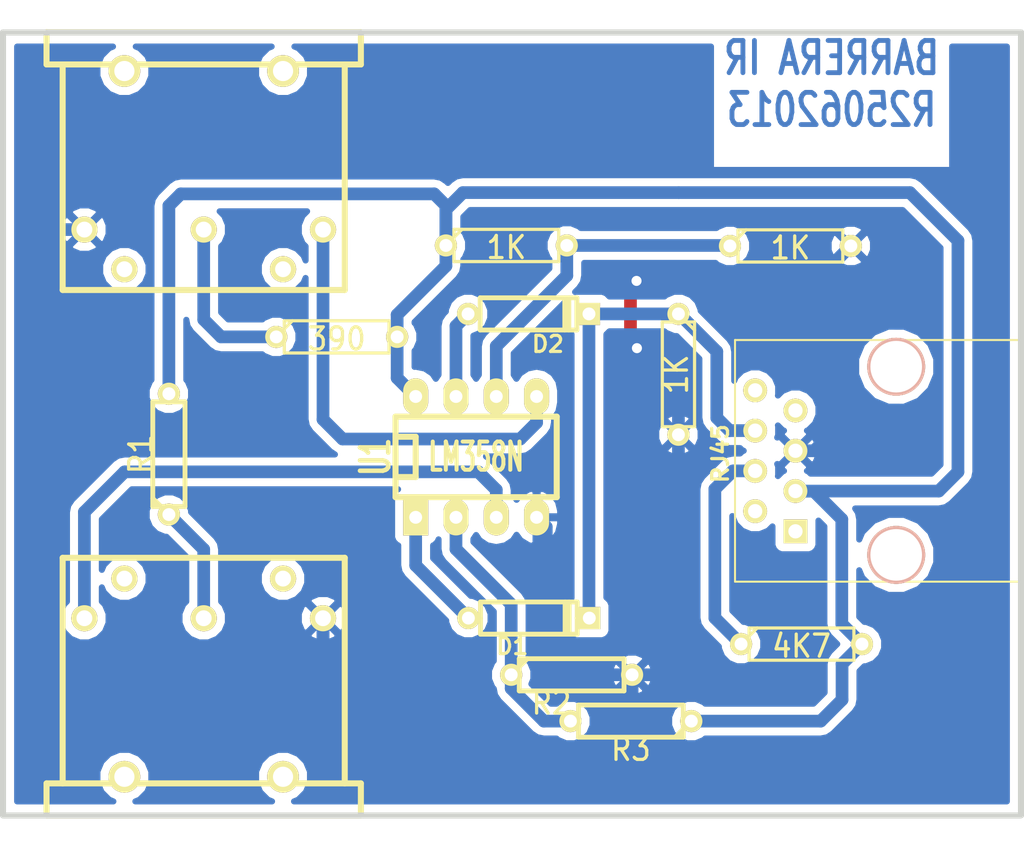
<source format=kicad_pcb>
(kicad_pcb (version 3) (host pcbnew "(2012-nov-02)-testing")

  (general
    (links 26)
    (no_connects 0)
    (area 90.385899 49.51964 155.064461 103.79984)
    (thickness 1.6)
    (drawings 5)
    (tracks 106)
    (zones 0)
    (modules 14)
    (nets 13)
  )

  (page A4)
  (title_block 
    (title "Barrera Infrarrojo")
    (rev 1.2)
    (company Butia)
  )

  (layers
    (15 Component signal)
    (0 Copper signal)
    (16 B.Adhes user)
    (17 F.Adhes user)
    (18 B.Paste user)
    (19 F.Paste user)
    (20 B.SilkS user)
    (21 F.SilkS user)
    (22 B.Mask user)
    (23 F.Mask user)
    (24 Dwgs.User user)
    (25 Cmts.User user)
    (26 Eco1.User user)
    (27 Eco2.User user)
    (28 Edge.Cuts user)
  )

  (setup
    (last_trace_width 0.8)
    (user_trace_width 0.8)
    (trace_clearance 0.254)
    (zone_clearance 0.508)
    (zone_45_only no)
    (trace_min 0.254)
    (segment_width 0.381)
    (edge_width 0.381)
    (via_size 0.889)
    (via_drill 0.635)
    (via_min_size 0.889)
    (via_min_drill 0.508)
    (user_via 1.27 0.635)
    (uvia_size 0.508)
    (uvia_drill 0.127)
    (uvias_allowed no)
    (uvia_min_size 0.508)
    (uvia_min_drill 0.127)
    (pcb_text_width 0.3048)
    (pcb_text_size 1.524 2.032)
    (mod_edge_width 0.381)
    (mod_text_size 1.524 1.524)
    (mod_text_width 0.3048)
    (pad_size 2 2)
    (pad_drill 1.27)
    (pad_to_mask_clearance 0.2)
    (aux_axis_origin 0 0)
    (visible_elements 7FFFFFFF)
    (pcbplotparams
      (layerselection 3178497)
      (usegerberextensions true)
      (excludeedgelayer true)
      (linewidth 100000)
      (plotframeref false)
      (viasonmask false)
      (mode 1)
      (useauxorigin false)
      (hpglpennumber 1)
      (hpglpenspeed 20)
      (hpglpendiameter 15)
      (hpglpenoverlay 2)
      (psnegative false)
      (psa4output false)
      (plotreference true)
      (plotvalue true)
      (plotothertext true)
      (plotinvisibletext false)
      (padsonsilk false)
      (subtractmaskfromsilk false)
      (outputformat 1)
      (mirror false)
      (drillshape 1)
      (scaleselection 1)
      (outputdirectory ""))
  )

  (net 0 "")
  (net 1 AN)
  (net 2 GND)
  (net 3 N-000001)
  (net 4 N-0000013)
  (net 5 N-0000014)
  (net 6 N-000002)
  (net 7 N-000003)
  (net 8 N-000004)
  (net 9 N-000005)
  (net 10 N-000006)
  (net 11 Vcc)
  (net 12 idAN)

  (net_class Default "This is the default net class."
    (clearance 0.254)
    (trace_width 0.254)
    (via_dia 0.889)
    (via_drill 0.635)
    (uvia_dia 0.508)
    (uvia_drill 0.127)
    (add_net "")
    (add_net AN)
    (add_net GND)
    (add_net N-000001)
    (add_net N-0000013)
    (add_net N-0000014)
    (add_net N-000002)
    (add_net N-000003)
    (add_net N-000004)
    (add_net N-000005)
    (add_net N-000006)
    (add_net Vcc)
    (add_net idAN)
  )

  (module R3   placed (layer Component) (tedit 4C44692D) (tstamp 4C40A04E)
    (at 130.1496 95.4024 180)
    (descr "Resitance 3 pas")
    (tags R)
    (path /518C45A4)
    (autoplace_cost180 10)
    (fp_text reference R3 (at 0 -1.778 180) (layer F.SilkS)
      (effects (font (size 1.397 1.27) (thickness 0.2032)))
    )
    (fp_text value 1K (at 0 0 180) (layer F.SilkS) hide
      (effects (font (size 1.397 1.27) (thickness 0.2032)))
    )
    (fp_line (start -3.81 0) (end -3.302 0) (layer F.SilkS) (width 0.3048))
    (fp_line (start 3.81 0) (end 3.302 0) (layer F.SilkS) (width 0.3048))
    (fp_line (start 3.302 0) (end 3.302 -1.016) (layer F.SilkS) (width 0.3048))
    (fp_line (start 3.302 -1.016) (end -3.302 -1.016) (layer F.SilkS) (width 0.3048))
    (fp_line (start -3.302 -1.016) (end -3.302 1.016) (layer F.SilkS) (width 0.3048))
    (fp_line (start -3.302 1.016) (end 3.302 1.016) (layer F.SilkS) (width 0.3048))
    (fp_line (start 3.302 1.016) (end 3.302 0) (layer F.SilkS) (width 0.3048))
    (fp_line (start -3.302 -0.508) (end -2.794 -1.016) (layer F.SilkS) (width 0.3048))
    (pad 1 thru_hole circle (at -3.81 0 180) (size 1.397 1.397) (drill 0.812799)
      (layers *.Cu *.Mask F.SilkS)
      (net 11 Vcc)
    )
    (pad 2 thru_hole circle (at 3.81 0 180) (size 1.397 1.397) (drill 0.812799)
      (layers *.Cu *.Mask F.SilkS)
      (net 9 N-000005)
    )
    (model discret/resistor.wrl
      (at (xyz 0 0 0))
      (scale (xyz 0.3 0.3 0.3))
      (rotate (xyz 0 0 0))
    )
  )

  (module R3   placed (layer Component) (tedit 4C446934) (tstamp 4C40A041)
    (at 126.4158 92.4814)
    (descr "Resitance 3 pas")
    (tags R)
    (path /51957D6C)
    (autoplace_cost180 10)
    (fp_text reference R2 (at -1.27 1.778) (layer F.SilkS)
      (effects (font (size 1.397 1.27) (thickness 0.2032)))
    )
    (fp_text value 1K (at 0 0) (layer F.SilkS) hide
      (effects (font (size 1.397 1.27) (thickness 0.2032)))
    )
    (fp_line (start -3.81 0) (end -3.302 0) (layer F.SilkS) (width 0.3048))
    (fp_line (start 3.81 0) (end 3.302 0) (layer F.SilkS) (width 0.3048))
    (fp_line (start 3.302 0) (end 3.302 -1.016) (layer F.SilkS) (width 0.3048))
    (fp_line (start 3.302 -1.016) (end -3.302 -1.016) (layer F.SilkS) (width 0.3048))
    (fp_line (start -3.302 -1.016) (end -3.302 1.016) (layer F.SilkS) (width 0.3048))
    (fp_line (start -3.302 1.016) (end 3.302 1.016) (layer F.SilkS) (width 0.3048))
    (fp_line (start 3.302 1.016) (end 3.302 0) (layer F.SilkS) (width 0.3048))
    (fp_line (start -3.302 -0.508) (end -2.794 -1.016) (layer F.SilkS) (width 0.3048))
    (pad 1 thru_hole circle (at -3.81 0) (size 1.397 1.397) (drill 0.812799)
      (layers *.Cu *.Mask F.SilkS)
      (net 9 N-000005)
    )
    (pad 2 thru_hole circle (at 3.81 0) (size 1.397 1.397) (drill 0.812799)
      (layers *.Cu *.Mask F.SilkS)
      (net 2 GND)
    )
    (model discret/resistor.wrl
      (at (xyz 0 0 0))
      (scale (xyz 0.3 0.3 0.3))
      (rotate (xyz 0 0 0))
    )
  )

  (module R3   placed (layer Component) (tedit 4C446923) (tstamp 4C40A09A)
    (at 101.03104 78.56728 90)
    (descr "Resitance 3 pas")
    (tags R)
    (path /518C3124)
    (autoplace_cost180 10)
    (fp_text reference R1 (at 0 -1.778 90) (layer F.SilkS)
      (effects (font (size 1.397 1.27) (thickness 0.2032)))
    )
    (fp_text value 390 (at 0 0 90) (layer F.SilkS) hide
      (effects (font (size 1.397 1.27) (thickness 0.2032)))
    )
    (fp_line (start -3.81 0) (end -3.302 0) (layer F.SilkS) (width 0.3048))
    (fp_line (start 3.81 0) (end 3.302 0) (layer F.SilkS) (width 0.3048))
    (fp_line (start 3.302 0) (end 3.302 -1.016) (layer F.SilkS) (width 0.3048))
    (fp_line (start 3.302 -1.016) (end -3.302 -1.016) (layer F.SilkS) (width 0.3048))
    (fp_line (start -3.302 -1.016) (end -3.302 1.016) (layer F.SilkS) (width 0.3048))
    (fp_line (start -3.302 1.016) (end 3.302 1.016) (layer F.SilkS) (width 0.3048))
    (fp_line (start 3.302 1.016) (end 3.302 0) (layer F.SilkS) (width 0.3048))
    (fp_line (start -3.302 -0.508) (end -2.794 -1.016) (layer F.SilkS) (width 0.3048))
    (pad 1 thru_hole circle (at -3.81 0 90) (size 1.397 1.397) (drill 0.812799)
      (layers *.Cu *.Mask F.SilkS)
      (net 10 N-000006)
    )
    (pad 2 thru_hole circle (at 3.81 0 90) (size 1.397 1.397) (drill 0.812799)
      (layers *.Cu *.Mask F.SilkS)
      (net 11 Vcc)
    )
    (model discret/resistor.wrl
      (at (xyz 0 0 0))
      (scale (xyz 0.3 0.3 0.3))
      (rotate (xyz 0 0 0))
    )
  )

  (module R3 (layer Component) (tedit 519D5C5B) (tstamp 51958737)
    (at 111.6076 71.1708)
    (descr "Resitance 3 pas")
    (tags R)
    (path /51957F68)
    (autoplace_cost180 10)
    (fp_text reference R4 (at 1.2192 2.3368) (layer F.SilkS) hide
      (effects (font (size 1.397 1.27) (thickness 0.2032)))
    )
    (fp_text value 390 (at 0 0.127) (layer F.SilkS)
      (effects (font (size 1.397 1.27) (thickness 0.2032)))
    )
    (fp_line (start -3.81 0) (end -3.302 0) (layer F.SilkS) (width 0.2032))
    (fp_line (start 3.81 0) (end 3.302 0) (layer F.SilkS) (width 0.2032))
    (fp_line (start 3.302 0) (end 3.302 -1.016) (layer F.SilkS) (width 0.2032))
    (fp_line (start 3.302 -1.016) (end -3.302 -1.016) (layer F.SilkS) (width 0.2032))
    (fp_line (start -3.302 -1.016) (end -3.302 1.016) (layer F.SilkS) (width 0.2032))
    (fp_line (start -3.302 1.016) (end 3.302 1.016) (layer F.SilkS) (width 0.2032))
    (fp_line (start 3.302 1.016) (end 3.302 0) (layer F.SilkS) (width 0.2032))
    (fp_line (start -3.302 -0.508) (end -2.794 -1.016) (layer F.SilkS) (width 0.2032))
    (pad 1 thru_hole circle (at -3.81 0) (size 1.397 1.397) (drill 0.812799)
      (layers *.Cu *.Mask F.SilkS)
      (net 7 N-000003)
    )
    (pad 2 thru_hole circle (at 3.81 0) (size 1.397 1.397) (drill 0.812799)
      (layers *.Cu *.Mask F.SilkS)
      (net 11 Vcc)
    )
    (model discret/resistor.wrl
      (at (xyz 0 0 0))
      (scale (xyz 0.3 0.3 0.3))
      (rotate (xyz 0 0 0))
    )
  )

  (module R3 (layer Component) (tedit 519D5C48) (tstamp 51958745)
    (at 122.301 65.405)
    (descr "Resitance 3 pas")
    (tags R)
    (path /51957F70)
    (autoplace_cost180 10)
    (fp_text reference R6 (at 0.1778 -1.9558) (layer F.SilkS) hide
      (effects (font (size 1.397 1.27) (thickness 0.2032)))
    )
    (fp_text value 1K (at 0 0.127) (layer F.SilkS)
      (effects (font (size 1.397 1.27) (thickness 0.2032)))
    )
    (fp_line (start -3.81 0) (end -3.302 0) (layer F.SilkS) (width 0.2032))
    (fp_line (start 3.81 0) (end 3.302 0) (layer F.SilkS) (width 0.2032))
    (fp_line (start 3.302 0) (end 3.302 -1.016) (layer F.SilkS) (width 0.2032))
    (fp_line (start 3.302 -1.016) (end -3.302 -1.016) (layer F.SilkS) (width 0.2032))
    (fp_line (start -3.302 -1.016) (end -3.302 1.016) (layer F.SilkS) (width 0.2032))
    (fp_line (start -3.302 1.016) (end 3.302 1.016) (layer F.SilkS) (width 0.2032))
    (fp_line (start 3.302 1.016) (end 3.302 0) (layer F.SilkS) (width 0.2032))
    (fp_line (start -3.302 -0.508) (end -2.794 -1.016) (layer F.SilkS) (width 0.2032))
    (pad 1 thru_hole circle (at -3.81 0) (size 1.397 1.397) (drill 0.812799)
      (layers *.Cu *.Mask F.SilkS)
      (net 11 Vcc)
    )
    (pad 2 thru_hole circle (at 3.81 0) (size 1.397 1.397) (drill 0.812799)
      (layers *.Cu *.Mask F.SilkS)
      (net 6 N-000002)
    )
    (model discret/resistor.wrl
      (at (xyz 0 0 0))
      (scale (xyz 0.3 0.3 0.3))
      (rotate (xyz 0 0 0))
    )
  )

  (module R3 (layer Component) (tedit 519D5C68) (tstamp 51958753)
    (at 140.20292 65.43548)
    (descr "Resitance 3 pas")
    (tags R)
    (path /51957F88)
    (autoplace_cost180 10)
    (fp_text reference R5 (at 0.15748 2.23012) (layer F.SilkS) hide
      (effects (font (size 1.397 1.27) (thickness 0.2032)))
    )
    (fp_text value 1K (at 0 0.127) (layer F.SilkS)
      (effects (font (size 1.397 1.27) (thickness 0.2032)))
    )
    (fp_line (start -3.81 0) (end -3.302 0) (layer F.SilkS) (width 0.2032))
    (fp_line (start 3.81 0) (end 3.302 0) (layer F.SilkS) (width 0.2032))
    (fp_line (start 3.302 0) (end 3.302 -1.016) (layer F.SilkS) (width 0.2032))
    (fp_line (start 3.302 -1.016) (end -3.302 -1.016) (layer F.SilkS) (width 0.2032))
    (fp_line (start -3.302 -1.016) (end -3.302 1.016) (layer F.SilkS) (width 0.2032))
    (fp_line (start -3.302 1.016) (end 3.302 1.016) (layer F.SilkS) (width 0.2032))
    (fp_line (start 3.302 1.016) (end 3.302 0) (layer F.SilkS) (width 0.2032))
    (fp_line (start -3.302 -0.508) (end -2.794 -1.016) (layer F.SilkS) (width 0.2032))
    (pad 1 thru_hole circle (at -3.81 0) (size 1.397 1.397) (drill 0.812799)
      (layers *.Cu *.Mask F.SilkS)
      (net 6 N-000002)
    )
    (pad 2 thru_hole circle (at 3.81 0) (size 1.397 1.397) (drill 0.812799)
      (layers *.Cu *.Mask F.SilkS)
      (net 2 GND)
    )
    (model discret/resistor.wrl
      (at (xyz 0 0 0))
      (scale (xyz 0.3 0.3 0.3))
      (rotate (xyz 0 0 0))
    )
  )

  (module R3 (layer Component) (tedit 51CA1BE4) (tstamp 51CA1BD1)
    (at 133.1468 73.533 270)
    (descr "Resitance 3 pas")
    (tags R)
    (path /51957F9B)
    (autoplace_cost180 10)
    (fp_text reference R7 (at 1.3462 1.9558 270) (layer F.SilkS) hide
      (effects (font (size 1.397 1.27) (thickness 0.2032)))
    )
    (fp_text value 1K (at 0 0.127 270) (layer F.SilkS)
      (effects (font (size 1.397 1.27) (thickness 0.2032)))
    )
    (fp_line (start -3.81 0) (end -3.302 0) (layer F.SilkS) (width 0.2032))
    (fp_line (start 3.81 0) (end 3.302 0) (layer F.SilkS) (width 0.2032))
    (fp_line (start 3.302 0) (end 3.302 -1.016) (layer F.SilkS) (width 0.2032))
    (fp_line (start 3.302 -1.016) (end -3.302 -1.016) (layer F.SilkS) (width 0.2032))
    (fp_line (start -3.302 -1.016) (end -3.302 1.016) (layer F.SilkS) (width 0.2032))
    (fp_line (start -3.302 1.016) (end 3.302 1.016) (layer F.SilkS) (width 0.2032))
    (fp_line (start 3.302 1.016) (end 3.302 0) (layer F.SilkS) (width 0.2032))
    (fp_line (start -3.302 -0.508) (end -2.794 -1.016) (layer F.SilkS) (width 0.2032))
    (pad 1 thru_hole circle (at -3.81 0 270) (size 1.397 1.397) (drill 0.812799)
      (layers *.Cu *.Mask F.SilkS)
      (net 1 AN)
    )
    (pad 2 thru_hole circle (at 3.81 0 270) (size 1.397 1.397) (drill 0.812799)
      (layers *.Cu *.Mask F.SilkS)
      (net 2 GND)
    )
    (model discret/resistor.wrl
      (at (xyz 0 0 0))
      (scale (xyz 0.3 0.3 0.3))
      (rotate (xyz 0 0 0))
    )
  )

  (module DIP-8__300_ELL (layer Component) (tedit 200000) (tstamp 4C409FFB)
    (at 120.396 78.74)
    (descr "8 pins DIL package, elliptical pads")
    (tags DIL)
    (path /519572D9)
    (fp_text reference U1 (at -6.35 0 90) (layer F.SilkS)
      (effects (font (size 1.778 1.143) (thickness 0.3048)))
    )
    (fp_text value LM358N (at 0 0) (layer F.SilkS)
      (effects (font (size 1.778 1.016) (thickness 0.3048)))
    )
    (fp_line (start -5.08 -1.27) (end -3.81 -1.27) (layer F.SilkS) (width 0.381))
    (fp_line (start -3.81 -1.27) (end -3.81 1.27) (layer F.SilkS) (width 0.381))
    (fp_line (start -3.81 1.27) (end -5.08 1.27) (layer F.SilkS) (width 0.381))
    (fp_line (start -5.08 -2.54) (end 5.08 -2.54) (layer F.SilkS) (width 0.381))
    (fp_line (start 5.08 -2.54) (end 5.08 2.54) (layer F.SilkS) (width 0.381))
    (fp_line (start 5.08 2.54) (end -5.08 2.54) (layer F.SilkS) (width 0.381))
    (fp_line (start -5.08 2.54) (end -5.08 -2.54) (layer F.SilkS) (width 0.381))
    (pad 1 thru_hole rect (at -3.81 3.81) (size 1.5748 2.286) (drill 0.812799)
      (layers *.Cu *.Mask F.SilkS)
      (net 8 N-000004)
    )
    (pad 2 thru_hole oval (at -1.27 3.81) (size 1.5748 2.286) (drill 0.812799)
      (layers *.Cu *.Mask F.SilkS)
      (net 9 N-000005)
    )
    (pad 3 thru_hole oval (at 1.27 3.81) (size 1.5748 2.286) (drill 0.812799)
      (layers *.Cu *.Mask F.SilkS)
      (net 4 N-0000013)
    )
    (pad 4 thru_hole oval (at 3.81 3.81) (size 1.5748 2.286) (drill 0.812799)
      (layers *.Cu *.Mask F.SilkS)
      (net 2 GND)
    )
    (pad 5 thru_hole oval (at 3.81 -3.81) (size 1.5748 2.286) (drill 0.812799)
      (layers *.Cu *.Mask F.SilkS)
      (net 5 N-0000014)
    )
    (pad 6 thru_hole oval (at 1.27 -3.81) (size 1.5748 2.286) (drill 0.812799)
      (layers *.Cu *.Mask F.SilkS)
      (net 6 N-000002)
    )
    (pad 7 thru_hole oval (at -1.27 -3.81) (size 1.5748 2.286) (drill 0.812799)
      (layers *.Cu *.Mask F.SilkS)
      (net 3 N-000001)
    )
    (pad 8 thru_hole oval (at -3.81 -3.81) (size 1.5748 2.286) (drill 0.812799)
      (layers *.Cu *.Mask F.SilkS)
      (net 11 Vcc)
    )
    (model dil/dil_8.wrl
      (at (xyz 0 0 0))
      (scale (xyz 1 1 1))
      (rotate (xyz 0 0 0))
    )
  )

  (module D3 (layer Component) (tedit 519D5C53) (tstamp 4C40A21A)
    (at 123.698 69.723)
    (descr "Diode 3 pas")
    (tags "DIODE DEV")
    (path /51957F77)
    (fp_text reference D2 (at 1.2192 1.905) (layer F.SilkS)
      (effects (font (size 1.016 1.016) (thickness 0.2032)))
    )
    (fp_text value 1N4148 (at 0 0) (layer F.SilkS) hide
      (effects (font (size 1.016 1.016) (thickness 0.2032)))
    )
    (fp_line (start 3.81 0) (end 3.048 0) (layer F.SilkS) (width 0.3048))
    (fp_line (start 3.048 0) (end 3.048 -1.016) (layer F.SilkS) (width 0.3048))
    (fp_line (start 3.048 -1.016) (end -3.048 -1.016) (layer F.SilkS) (width 0.3048))
    (fp_line (start -3.048 -1.016) (end -3.048 0) (layer F.SilkS) (width 0.3048))
    (fp_line (start -3.048 0) (end -3.81 0) (layer F.SilkS) (width 0.3048))
    (fp_line (start -3.048 0) (end -3.048 1.016) (layer F.SilkS) (width 0.3048))
    (fp_line (start -3.048 1.016) (end 3.048 1.016) (layer F.SilkS) (width 0.3048))
    (fp_line (start 3.048 1.016) (end 3.048 0) (layer F.SilkS) (width 0.3048))
    (fp_line (start 2.54 -1.016) (end 2.54 1.016) (layer F.SilkS) (width 0.3048))
    (fp_line (start 2.286 1.016) (end 2.286 -1.016) (layer F.SilkS) (width 0.3048))
    (pad 2 thru_hole rect (at 3.81 0) (size 1.397 1.397) (drill 0.812799)
      (layers *.Cu *.Mask F.SilkS)
      (net 1 AN)
    )
    (pad 1 thru_hole circle (at -3.81 0) (size 1.397 1.397) (drill 0.812799)
      (layers *.Cu *.Mask F.SilkS)
      (net 3 N-000001)
    )
    (model discret/diode.wrl
      (at (xyz 0 0 0))
      (scale (xyz 0.3 0.3 0.3))
      (rotate (xyz 0 0 0))
    )
  )

  (module D3 (layer Component) (tedit 519D5C8C) (tstamp 51CA1A82)
    (at 123.71832 88.90508)
    (descr "Diode 3 pas")
    (tags "DIODE DEV")
    (path /518C46CB)
    (fp_text reference D1 (at -1.04648 1.78308) (layer F.SilkS)
      (effects (font (size 1.016 1.016) (thickness 0.2032)))
    )
    (fp_text value 1N4148 (at 0 0) (layer F.SilkS) hide
      (effects (font (size 1.016 1.016) (thickness 0.2032)))
    )
    (fp_line (start 3.81 0) (end 3.048 0) (layer F.SilkS) (width 0.3048))
    (fp_line (start 3.048 0) (end 3.048 -1.016) (layer F.SilkS) (width 0.3048))
    (fp_line (start 3.048 -1.016) (end -3.048 -1.016) (layer F.SilkS) (width 0.3048))
    (fp_line (start -3.048 -1.016) (end -3.048 0) (layer F.SilkS) (width 0.3048))
    (fp_line (start -3.048 0) (end -3.81 0) (layer F.SilkS) (width 0.3048))
    (fp_line (start -3.048 0) (end -3.048 1.016) (layer F.SilkS) (width 0.3048))
    (fp_line (start -3.048 1.016) (end 3.048 1.016) (layer F.SilkS) (width 0.3048))
    (fp_line (start 3.048 1.016) (end 3.048 0) (layer F.SilkS) (width 0.3048))
    (fp_line (start 2.54 -1.016) (end 2.54 1.016) (layer F.SilkS) (width 0.3048))
    (fp_line (start 2.286 1.016) (end 2.286 -1.016) (layer F.SilkS) (width 0.3048))
    (pad 2 thru_hole rect (at 3.81 0) (size 1.397 1.397) (drill 0.812799)
      (layers *.Cu *.Mask F.SilkS)
      (net 1 AN)
    )
    (pad 1 thru_hole circle (at -3.81 0) (size 1.397 1.397) (drill 0.812799)
      (layers *.Cu *.Mask F.SilkS)
      (net 8 N-000004)
    )
    (model discret/diode.wrl
      (at (xyz 0 0 0))
      (scale (xyz 0.3 0.3 0.3))
      (rotate (xyz 0 0 0))
    )
  )

  (module RJ45_8 (layer Component) (tedit 519D5CBA) (tstamp 51958AB5)
    (at 146.87296 78.98892 90)
    (tags RJ45)
    (path /519588D1)
    (fp_text reference J1 (at 0.254 4.826 90) (layer F.SilkS)
      (effects (font (size 0.0004 0.0004) (thickness 0.3048)))
    )
    (fp_text value RJ45 (at 0.45212 -11.08456 90) (layer F.SilkS)
      (effects (font (size 1.00076 1.00076) (thickness 0.2032)))
    )
    (fp_line (start -7.62 7.874) (end 7.62 7.874) (layer F.SilkS) (width 0.127))
    (fp_line (start 7.62 7.874) (end 7.62 -10.16) (layer F.SilkS) (width 0.127))
    (fp_line (start 7.62 -10.16) (end -7.62 -10.16) (layer F.SilkS) (width 0.127))
    (fp_line (start -7.62 -10.16) (end -7.62 7.874) (layer F.SilkS) (width 0.127))
    (pad Hole np_thru_hole circle (at 5.93852 0 90) (size 3.64998 3.64998) (drill 3.251199)
      (layers *.Cu *.SilkS *.Mask)
    )
    (pad Hole np_thru_hole circle (at -5.9309 0 90) (size 3.64998 3.64998) (drill 3.251199)
      (layers *.Cu *.SilkS *.Mask)
    )
    (pad 1 thru_hole rect (at -4.445 -6.35 90) (size 1.50114 1.50114) (drill 0.899159)
      (layers *.Cu *.Mask F.SilkS)
    )
    (pad 2 thru_hole circle (at -3.175 -8.89 90) (size 1.50114 1.50114) (drill 0.899159)
      (layers *.Cu *.Mask F.SilkS)
    )
    (pad 3 thru_hole circle (at -1.905 -6.35 90) (size 1.50114 1.50114) (drill 0.899159)
      (layers *.Cu *.Mask F.SilkS)
      (net 11 Vcc)
    )
    (pad 4 thru_hole circle (at -0.635 -8.89 90) (size 1.50114 1.50114) (drill 0.899159)
      (layers *.Cu *.Mask F.SilkS)
      (net 12 idAN)
    )
    (pad 5 thru_hole circle (at 0.635 -6.35 90) (size 1.50114 1.50114) (drill 0.899159)
      (layers *.Cu *.Mask F.SilkS)
      (net 2 GND)
    )
    (pad 6 thru_hole circle (at 1.905 -8.89 90) (size 1.50114 1.50114) (drill 0.899159)
      (layers *.Cu *.Mask F.SilkS)
      (net 1 AN)
    )
    (pad 7 thru_hole circle (at 3.175 -6.35 90) (size 1.50114 1.50114) (drill 0.899159)
      (layers *.Cu *.Mask F.SilkS)
    )
    (pad 8 thru_hole circle (at 4.445 -8.89 90) (size 1.50114 1.50114) (drill 0.899159)
      (layers *.Cu *.Mask F.SilkS)
    )
    (model connectors/RJ45_8.wrl
      (at (xyz 0 0 0))
      (scale (xyz 0.4 0.4 0.4))
      (rotate (xyz 0 0 0))
    )
  )

  (module R3 (layer Component) (tedit 519D50B7) (tstamp 51958AC3)
    (at 140.90396 90.54592)
    (descr "Resitance 3 pas")
    (tags R)
    (path /51958DF0)
    (autoplace_cost180 10)
    (fp_text reference R8 (at 0.0254 2.27076) (layer F.SilkS) hide
      (effects (font (size 1.397 1.27) (thickness 0.2032)))
    )
    (fp_text value 4K7 (at 0 0.127) (layer F.SilkS)
      (effects (font (size 1.397 1.27) (thickness 0.2032)))
    )
    (fp_line (start -3.81 0) (end -3.302 0) (layer F.SilkS) (width 0.2032))
    (fp_line (start 3.81 0) (end 3.302 0) (layer F.SilkS) (width 0.2032))
    (fp_line (start 3.302 0) (end 3.302 -1.016) (layer F.SilkS) (width 0.2032))
    (fp_line (start 3.302 -1.016) (end -3.302 -1.016) (layer F.SilkS) (width 0.2032))
    (fp_line (start -3.302 -1.016) (end -3.302 1.016) (layer F.SilkS) (width 0.2032))
    (fp_line (start -3.302 1.016) (end 3.302 1.016) (layer F.SilkS) (width 0.2032))
    (fp_line (start 3.302 1.016) (end 3.302 0) (layer F.SilkS) (width 0.2032))
    (fp_line (start -3.302 -0.508) (end -2.794 -1.016) (layer F.SilkS) (width 0.2032))
    (pad 1 thru_hole circle (at -3.81 0) (size 1.397 1.397) (drill 0.812799)
      (layers *.Cu *.Mask F.SilkS)
      (net 12 idAN)
    )
    (pad 2 thru_hole circle (at 3.81 0) (size 1.397 1.397) (drill 0.812799)
      (layers *.Cu *.Mask F.SilkS)
      (net 11 Vcc)
    )
    (model discret/resistor.wrl
      (at (xyz 0 0 0))
      (scale (xyz 0.3 0.3 0.3))
      (rotate (xyz 0 0 0))
    )
  )

  (module DIN5 (layer Component) (tedit 519C0BB5) (tstamp 5195876E)
    (at 103.2256 64.40424 180)
    (path /51957F51)
    (fp_text reference P2 (at 0 -5.334 180) (layer F.SilkS)
      (effects (font (size 0.0004 0.0004) (thickness 0.3048)))
    )
    (fp_text value DIN_5 (at 0 14.478 180) (layer F.SilkS)
      (effects (font (size 0.0004 0.0004) (thickness 0.3048)))
    )
    (fp_line (start 8.89 10.414) (end 8.89 -3.81) (layer F.SilkS) (width 0.381))
    (fp_line (start 8.89 -3.81) (end -8.89 -3.81) (layer F.SilkS) (width 0.381))
    (fp_line (start -8.89 -3.81) (end -8.89 10.414) (layer F.SilkS) (width 0.381))
    (fp_line (start 9.906 12.446) (end -9.906 12.446) (layer F.SilkS) (width 0.381))
    (fp_line (start -9.906 12.446) (end -9.906 10.414) (layer F.SilkS) (width 0.381))
    (fp_line (start -9.906 10.414) (end 9.906 10.414) (layer F.SilkS) (width 0.381))
    (fp_line (start 9.906 10.414) (end 9.906 12.446) (layer F.SilkS) (width 0.381))
    (pad 1 thru_hole circle (at 7.52 0 180) (size 1.65 1.65) (drill 1)
      (layers *.Cu *.Mask F.SilkS)
      (net 2 GND)
    )
    (pad 2 thru_hole circle (at 0 0 180) (size 1.65 1.65) (drill 1)
      (layers *.Cu *.Mask F.SilkS)
      (net 7 N-000003)
    )
    (pad 3 thru_hole circle (at -7.52 0 180) (size 1.65 1.65) (drill 1)
      (layers *.Cu *.Mask F.SilkS)
      (net 5 N-0000014)
    )
    (pad 4 thru_hole circle (at -5 -2.5 180) (size 1.65 1.65) (drill 1)
      (layers *.Cu *.Mask F.SilkS)
    )
    (pad 5 thru_hole circle (at 5 -2.5 180) (size 1.65 1.65) (drill 1)
      (layers *.Cu *.Mask F.SilkS)
    )
    (pad "" thru_hole circle (at 5 10 180) (size 2 2) (drill 1.27)
      (layers *.Cu *.Mask F.SilkS)
    )
    (pad "" thru_hole circle (at -5 10 180) (size 2 2) (drill 1.27)
      (layers *.Cu *.Mask F.SilkS)
    )
  )

  (module DIN5 (layer Component) (tedit 519C0BB5) (tstamp 4C4460C1)
    (at 103.2256 88.91524)
    (path /518C1FAA)
    (fp_text reference P1 (at 0 -5.334) (layer F.SilkS)
      (effects (font (size 0.0004 0.0004) (thickness 0.3048)))
    )
    (fp_text value DIN_5 (at 0 14.478) (layer F.SilkS)
      (effects (font (size 0.0004 0.0004) (thickness 0.3048)))
    )
    (fp_line (start 8.89 10.414) (end 8.89 -3.81) (layer F.SilkS) (width 0.381))
    (fp_line (start 8.89 -3.81) (end -8.89 -3.81) (layer F.SilkS) (width 0.381))
    (fp_line (start -8.89 -3.81) (end -8.89 10.414) (layer F.SilkS) (width 0.381))
    (fp_line (start 9.906 12.446) (end -9.906 12.446) (layer F.SilkS) (width 0.381))
    (fp_line (start -9.906 12.446) (end -9.906 10.414) (layer F.SilkS) (width 0.381))
    (fp_line (start -9.906 10.414) (end 9.906 10.414) (layer F.SilkS) (width 0.381))
    (fp_line (start 9.906 10.414) (end 9.906 12.446) (layer F.SilkS) (width 0.381))
    (pad 1 thru_hole circle (at 7.52 0) (size 1.65 1.65) (drill 1)
      (layers *.Cu *.Mask F.SilkS)
      (net 2 GND)
    )
    (pad 2 thru_hole circle (at 0 0) (size 1.65 1.65) (drill 1)
      (layers *.Cu *.Mask F.SilkS)
      (net 10 N-000006)
    )
    (pad 3 thru_hole circle (at -7.52 0) (size 1.65 1.65) (drill 1)
      (layers *.Cu *.Mask F.SilkS)
      (net 4 N-0000013)
    )
    (pad 4 thru_hole circle (at -5 -2.5) (size 1.65 1.65) (drill 1)
      (layers *.Cu *.Mask F.SilkS)
    )
    (pad 5 thru_hole circle (at 5 -2.5) (size 1.65 1.65) (drill 1)
      (layers *.Cu *.Mask F.SilkS)
    )
    (pad "" thru_hole circle (at 5 10) (size 2 2) (drill 1.27)
      (layers *.Cu *.Mask F.SilkS)
    )
    (pad "" thru_hole circle (at -5 10) (size 2 2) (drill 1.27)
      (layers *.Cu *.Mask F.SilkS)
    )
  )

  (gr_text "BARRERA IR\nR25062013" (at 142.7988 55.2196) (layer Copper)
    (effects (font (size 2.032 1.524) (thickness 0.3048)) (justify mirror))
  )
  (gr_line (start 90.6 101.35616) (end 154.686 101.35616) (angle 90) (layer Edge.Cuts) (width 0.381))
  (gr_line (start 90.5764 51.9684) (end 90.5764 101.346) (angle 90) (layer Edge.Cuts) (width 0.381))
  (gr_line (start 154.7368 51.9684) (end 154.7368 101.346) (angle 90) (layer Edge.Cuts) (width 0.381))
  (gr_line (start 154.74188 51.97348) (end 90.58148 51.97348) (angle 90) (layer Edge.Cuts) (width 0.381))

  (segment (start 137.98296 77.08392) (end 136.3726 77.08392) (width 0.8) (layer Copper) (net 1))
  (segment (start 136.3726 77.08392) (end 135.56488 76.2762) (width 0.8) (layer Copper) (net 1) (tstamp 519D52AD))
  (segment (start 135.56488 72.09536) (end 133.16204 69.69252) (width 0.8) (layer Copper) (net 1) (tstamp 519D52B5))
  (segment (start 135.56488 76.2762) (end 135.56488 72.09536) (width 0.8) (layer Copper) (net 1) (tstamp 519D52B2))
  (segment (start 133.13156 69.723) (end 133.16204 69.69252) (width 0.8) (layer Copper) (net 1) (tstamp 519D52A5))
  (segment (start 127.508 69.723) (end 133.13156 69.723) (width 0.8) (layer Copper) (net 1))
  (segment (start 127.508 69.723) (end 127.508 88.88476) (width 0.8) (layer Copper) (net 1))
  (segment (start 127.508 88.88476) (end 127.52832 88.90508) (width 0.8) (layer Copper) (net 1) (tstamp 519D4F2F))
  (segment (start 110.7456 88.91524) (end 110.7456 92.0004) (width 0.8) (layer Copper) (net 2))
  (segment (start 130.2258 95.9104) (end 130.2258 92.4814) (width 0.8) (layer Copper) (net 2) (tstamp 51CA2886))
  (segment (start 128.7526 97.3836) (end 130.2258 95.9104) (width 0.8) (layer Copper) (net 2) (tstamp 51CA2885))
  (segment (start 123.8504 97.3836) (end 128.7526 97.3836) (width 0.8) (layer Copper) (net 2) (tstamp 51CA2883))
  (segment (start 120.0912 93.6244) (end 123.8504 97.3836) (width 0.8) (layer Copper) (net 2) (tstamp 51CA287F))
  (segment (start 112.3696 93.6244) (end 120.0912 93.6244) (width 0.8) (layer Copper) (net 2) (tstamp 51CA287A))
  (segment (start 110.7456 92.0004) (end 112.3696 93.6244) (width 0.8) (layer Copper) (net 2) (tstamp 51CA2877))
  (segment (start 130.2258 92.4814) (end 131.7244 92.4814) (width 0.8) (layer Copper) (net 2))
  (segment (start 131.7244 92.4814) (end 133.1468 91.059) (width 0.8) (layer Copper) (net 2) (tstamp 51CA286D))
  (segment (start 133.1468 91.059) (end 133.1468 77.343) (width 0.8) (layer Copper) (net 2) (tstamp 51CA2870))
  (segment (start 130.2258 92.4814) (end 126.746 92.4814) (width 0.8) (layer Copper) (net 2))
  (segment (start 126.746 92.4814) (end 124.8156 90.551) (width 0.8) (layer Copper) (net 2) (tstamp 51CA285F))
  (segment (start 124.8156 90.551) (end 124.8156 83.1596) (width 0.8) (layer Copper) (net 2) (tstamp 51CA2861))
  (segment (start 124.8156 83.1596) (end 124.206 82.55) (width 0.8) (layer Copper) (net 2) (tstamp 51CA2866))
  (segment (start 133.1468 77.343) (end 133.1468 74.4982) (width 0.8) (layer Copper) (net 2))
  (segment (start 133.1468 74.4982) (end 130.5306 71.882) (width 0.8) (layer Copper) (net 2) (tstamp 51CA1C41))
  (segment (start 143.10868 66.33972) (end 143.09344 66.33972) (width 0.8) (layer Copper) (net 2))
  (segment (start 143.09344 66.33972) (end 141.99616 67.437) (width 0.8) (layer Copper) (net 2) (tstamp 519D5467))
  (segment (start 141.99616 67.437) (end 130.7084 67.437) (width 0.8) (layer Copper) (net 2) (tstamp 519D546F))
  (segment (start 130.7084 67.437) (end 130.5052 67.6402) (width 0.8) (layer Copper) (net 2) (tstamp 519D5478))
  (via (at 130.5052 67.6402) (size 1.27) (drill 0.635) (layers Component Copper) (net 2))
  (segment (start 130.5052 67.6402) (end 130.1242 68.0212) (width 0.8) (layer Component) (net 2) (tstamp 519D548C))
  (segment (start 130.1242 68.0212) (end 130.1242 71.4756) (width 0.8) (layer Component) (net 2) (tstamp 519D548D))
  (segment (start 130.1242 71.4756) (end 130.5306 71.882) (width 0.8) (layer Component) (net 2) (tstamp 519D54BE))
  (via (at 130.5306 71.882) (size 1.27) (drill 0.635) (layers Component Copper) (net 2))
  (segment (start 130.5306 71.882) (end 130.4798 71.9328) (width 0.8) (layer Copper) (net 2) (tstamp 519D54C7))
  (segment (start 140.52296 78.35392) (end 141.70152 78.35392) (width 0.8) (layer Copper) (net 2))
  (segment (start 143.10868 66.33972) (end 144.01292 65.43548) (width 0.8) (layer Copper) (net 2) (tstamp 519D529B))
  (segment (start 143.10868 76.94676) (end 143.10868 66.33972) (width 0.8) (layer Copper) (net 2) (tstamp 519D5299))
  (segment (start 141.70152 78.35392) (end 143.10868 76.94676) (width 0.8) (layer Copper) (net 2) (tstamp 519D5297))
  (segment (start 95.7056 64.40424) (end 93.5736 64.40424) (width 0.8) (layer Copper) (net 2))
  (segment (start 109.1216 93.61424) (end 110.7456 91.99024) (width 0.8) (layer Copper) (net 2) (tstamp 519C1E5C))
  (segment (start 94.9706 93.61424) (end 109.1216 93.61424) (width 0.8) (layer Copper) (net 2) (tstamp 519C1E54))
  (segment (start 92.6846 91.32824) (end 94.9706 93.61424) (width 0.8) (layer Copper) (net 2) (tstamp 519C1E50))
  (segment (start 92.6846 65.29324) (end 92.6846 91.32824) (width 0.8) (layer Copper) (net 2) (tstamp 519C1E49))
  (segment (start 93.5736 64.40424) (end 92.6846 65.29324) (width 0.8) (layer Copper) (net 2) (tstamp 519C1E42))
  (segment (start 110.7456 88.91524) (end 110.7456 91.99024) (width 0.8) (layer Copper) (net 2))
  (segment (start 119.126 70.485) (end 119.888 69.723) (width 0.8) (layer Copper) (net 3) (tstamp 519C1718))
  (segment (start 119.126 74.93) (end 119.126 70.485) (width 0.8) (layer Copper) (net 3))
  (segment (start 95.7056 88.91524) (end 95.7056 82.21632) (width 0.8) (layer Copper) (net 4))
  (segment (start 121.666 80.81772) (end 121.666 82.55) (width 0.8) (layer Copper) (net 4) (tstamp 519D562E))
  (segment (start 120.53316 79.68488) (end 121.666 80.81772) (width 0.8) (layer Copper) (net 4) (tstamp 519D562A))
  (segment (start 98.23704 79.68488) (end 120.53316 79.68488) (width 0.8) (layer Copper) (net 4) (tstamp 519D5626))
  (segment (start 95.7056 82.21632) (end 98.23704 79.68488) (width 0.8) (layer Copper) (net 4) (tstamp 519D5623))
  (segment (start 124.206 74.93) (end 124.206 76.581) (width 0.8) (layer Copper) (net 5))
  (segment (start 110.7456 76.3794) (end 110.7456 64.40424) (width 0.8) (layer Copper) (net 5) (tstamp 519D5655))
  (segment (start 111.97844 77.61224) (end 110.7456 76.3794) (width 0.8) (layer Copper) (net 5) (tstamp 519D5650))
  (segment (start 123.17476 77.61224) (end 111.97844 77.61224) (width 0.8) (layer Copper) (net 5) (tstamp 519D564D))
  (segment (start 124.206 76.581) (end 123.17476 77.61224) (width 0.8) (layer Copper) (net 5) (tstamp 519D564A))
  (segment (start 136.36244 65.405) (end 136.39292 65.43548) (width 0.8) (layer Copper) (net 6) (tstamp 519D519F))
  (segment (start 126.111 65.405) (end 136.36244 65.405) (width 0.8) (layer Copper) (net 6))
  (segment (start 121.666 74.93) (end 121.666 71.755) (width 0.8) (layer Copper) (net 6))
  (segment (start 126.111 67.31) (end 126.111 65.405) (width 0.8) (layer Copper) (net 6) (tstamp 519C1714))
  (segment (start 121.666 71.755) (end 126.111 67.31) (width 0.8) (layer Copper) (net 6) (tstamp 519C170B))
  (segment (start 107.7976 71.1708) (end 104.3178 71.1708) (width 0.8) (layer Copper) (net 7))
  (segment (start 103.2256 70.0786) (end 103.2256 64.40424) (width 0.8) (layer Copper) (net 7) (tstamp 519D568D))
  (segment (start 104.3178 71.1708) (end 103.2256 70.0786) (width 0.8) (layer Copper) (net 7) (tstamp 519D5687))
  (segment (start 116.586 85.58276) (end 119.90832 88.90508) (width 0.8) (layer Copper) (net 8) (tstamp 519D4F5C))
  (segment (start 116.586 82.55) (end 116.586 85.58276) (width 0.8) (layer Copper) (net 8))
  (segment (start 122.6058 92.4814) (end 122.6058 93.345) (width 0.8) (layer Copper) (net 9))
  (segment (start 124.6632 95.4024) (end 126.3396 95.4024) (width 0.8) (layer Copper) (net 9) (tstamp 51CA27F3))
  (segment (start 122.6058 93.345) (end 124.6632 95.4024) (width 0.8) (layer Copper) (net 9) (tstamp 51CA27F0))
  (segment (start 119.126 82.55) (end 119.126 84.5566) (width 0.8) (layer Copper) (net 9))
  (segment (start 122.6058 88.0364) (end 122.6058 92.4814) (width 0.8) (layer Copper) (net 9) (tstamp 51CA27DC))
  (segment (start 119.126 84.5566) (end 122.6058 88.0364) (width 0.8) (layer Copper) (net 9) (tstamp 51CA27D9))
  (segment (start 103.2256 88.91524) (end 103.2256 84.57184) (width 0.8) (layer Copper) (net 10))
  (segment (start 103.2256 84.57184) (end 101.03104 82.37728) (width 0.8) (layer Copper) (net 10) (tstamp 519D561D))
  (segment (start 118.491 65.405) (end 118.491 62.8904) (width 0.8) (layer Copper) (net 11))
  (segment (start 101.03104 62.90056) (end 101.03104 74.75728) (width 0.8) (layer Copper) (net 11) (tstamp 51CA293D))
  (segment (start 101.7778 62.1538) (end 101.03104 62.90056) (width 0.8) (layer Copper) (net 11) (tstamp 51CA2930))
  (segment (start 117.7544 62.1538) (end 101.7778 62.1538) (width 0.8) (layer Copper) (net 11) (tstamp 51CA2922))
  (segment (start 118.491 62.8904) (end 117.7544 62.1538) (width 0.8) (layer Copper) (net 11) (tstamp 51CA2918))
  (segment (start 118.491 65.405) (end 118.491 63.1444) (width 0.8) (layer Copper) (net 11))
  (segment (start 118.491 63.1444) (end 119.56288 62.07252) (width 0.8) (layer Copper) (net 11) (tstamp 51CA28C8))
  (segment (start 115.4176 71.1708) (end 115.4176 69.7738) (width 0.8) (layer Copper) (net 11))
  (segment (start 118.491 66.7004) (end 118.491 65.405) (width 0.8) (layer Copper) (net 11) (tstamp 51CA28C3))
  (segment (start 115.4176 69.7738) (end 118.491 66.7004) (width 0.8) (layer Copper) (net 11) (tstamp 51CA28BD))
  (segment (start 144.71396 90.54592) (end 144.70888 90.54592) (width 0.8) (layer Copper) (net 11))
  (segment (start 142.113 95.4024) (end 133.9596 95.4024) (width 0.8) (layer Copper) (net 11) (tstamp 51CA280E))
  (segment (start 143.4592 94.0562) (end 142.113 95.4024) (width 0.8) (layer Copper) (net 11) (tstamp 51CA2805))
  (segment (start 143.4592 91.7956) (end 143.4592 94.0562) (width 0.8) (layer Copper) (net 11) (tstamp 51CA27FF))
  (segment (start 144.70888 90.54592) (end 143.4592 91.7956) (width 0.8) (layer Copper) (net 11) (tstamp 51CA27F9))
  (segment (start 115.4176 71.1708) (end 115.4176 73.7616) (width 0.8) (layer Copper) (net 11))
  (segment (start 115.4176 73.7616) (end 116.586 74.93) (width 0.8) (layer Copper) (net 11) (tstamp 519D56B2))
  (segment (start 133.16204 62.07252) (end 119.56288 62.07252) (width 0.8) (layer Copper) (net 11))
  (segment (start 147.73656 62.07252) (end 150.76424 65.1002) (width 0.8) (layer Copper) (net 11) (tstamp 519D538B))
  (segment (start 150.76424 65.1002) (end 150.76424 79.68488) (width 0.8) (layer Copper) (net 11) (tstamp 519D538F))
  (segment (start 150.76424 79.68488) (end 149.5552 80.89392) (width 0.8) (layer Copper) (net 11) (tstamp 519D5396))
  (segment (start 149.5552 80.89392) (end 140.52296 80.89392) (width 0.8) (layer Copper) (net 11) (tstamp 519D53A6))
  (segment (start 133.16204 62.07252) (end 147.73656 62.07252) (width 0.8) (layer Copper) (net 11))
  (segment (start 140.52296 80.89392) (end 141.66596 80.89392) (width 0.8) (layer Copper) (net 11))
  (segment (start 141.66596 80.89392) (end 143.44396 82.67192) (width 0.8) (layer Copper) (net 11) (tstamp 519C193A))
  (segment (start 143.44396 82.67192) (end 143.44396 89.27592) (width 0.8) (layer Copper) (net 11) (tstamp 519C193F))
  (segment (start 143.44396 89.27592) (end 144.71396 90.54592) (width 0.8) (layer Copper) (net 11) (tstamp 519C1943))
  (segment (start 137.98296 79.62392) (end 136.58596 79.62392) (width 0.8) (layer Copper) (net 12))
  (segment (start 135.44296 88.89492) (end 137.09396 90.54592) (width 0.8) (layer Copper) (net 12) (tstamp 519C1934))
  (segment (start 135.44296 80.76692) (end 135.44296 88.89492) (width 0.8) (layer Copper) (net 12) (tstamp 519C192F))
  (segment (start 136.58596 79.62392) (end 135.44296 80.76692) (width 0.8) (layer Copper) (net 12) (tstamp 519C1922))

  (zone (net 2) (net_name GND) (layer Copper) (tstamp 519D5966) (hatch edge 0.508)
    (connect_pads (clearance 0.508))
    (min_thickness 0.381)
    (fill (arc_segments 16) (thermal_gap 0.508) (thermal_bridge_width 0.508))
    (polygon
      (pts
        (xy 154.7368 101.346) (xy 90.5764 101.346) (xy 90.5764 52.0192) (xy 154.7368 52.0192)
      )
    )
    (filled_polygon
      (pts
        (xy 149.66574 79.229866) (xy 149.396887 79.498719) (xy 149.396887 72.550649) (xy 149.013518 71.622825) (xy 148.304269 70.912337)
        (xy 147.377115 70.527349) (xy 146.373209 70.526473) (xy 145.445385 70.909842) (xy 145.411379 70.943788) (xy 145.411379 65.705916)
        (xy 145.408419 65.150162) (xy 145.201436 64.650463) (xy 144.940381 64.597822) (xy 144.850578 64.687625) (xy 144.850578 64.508019)
        (xy 144.797937 64.246964) (xy 144.283356 64.037021) (xy 143.727602 64.039981) (xy 143.227903 64.246964) (xy 143.175262 64.508019)
        (xy 144.01292 65.345677) (xy 144.850578 64.508019) (xy 144.850578 64.687625) (xy 144.102723 65.43548) (xy 144.940381 66.273138)
        (xy 145.201436 66.220497) (xy 145.411379 65.705916) (xy 145.411379 70.943788) (xy 144.850578 71.503611) (xy 144.850578 66.362941)
        (xy 144.01292 65.525283) (xy 143.923117 65.615086) (xy 143.923117 65.43548) (xy 143.085459 64.597822) (xy 142.824404 64.650463)
        (xy 142.614461 65.165044) (xy 142.617421 65.720798) (xy 142.824404 66.220497) (xy 143.085459 66.273138) (xy 143.923117 65.43548)
        (xy 143.923117 65.615086) (xy 143.175262 66.362941) (xy 143.227903 66.623996) (xy 143.742484 66.833939) (xy 144.298238 66.830979)
        (xy 144.797937 66.623996) (xy 144.850578 66.362941) (xy 144.850578 71.503611) (xy 144.734897 71.619091) (xy 144.349909 72.546245)
        (xy 144.349033 73.550151) (xy 144.732402 74.477975) (xy 145.441651 75.188463) (xy 146.368805 75.573451) (xy 147.372711 75.574327)
        (xy 148.300535 75.190958) (xy 149.011023 74.481709) (xy 149.396011 73.554555) (xy 149.396887 72.550649) (xy 149.396887 79.498719)
        (xy 149.100186 79.79542) (xy 141.973091 79.79542) (xy 141.973091 78.636761) (xy 141.970945 78.06029) (xy 141.754468 77.537668)
        (xy 141.488008 77.478675) (xy 140.612763 78.35392) (xy 141.488008 79.229165) (xy 141.754468 79.170172) (xy 141.973091 78.636761)
        (xy 141.973091 79.79542) (xy 141.66596 79.79542) (xy 141.473882 79.79542) (xy 141.344863 79.666175) (xy 141.24469 79.624579)
        (xy 141.339212 79.585428) (xy 141.398205 79.318968) (xy 140.52296 78.443723) (xy 139.647715 79.318968) (xy 139.706708 79.585428)
        (xy 139.801314 79.624203) (xy 139.703201 79.664743) (xy 139.415981 79.95146) (xy 139.431777 79.913422) (xy 139.43228 79.336947)
        (xy 139.370611 79.187697) (xy 139.557912 79.229165) (xy 140.433157 78.35392) (xy 139.557912 77.478675) (xy 139.370877 77.520083)
        (xy 139.431777 77.373422) (xy 139.43228 76.796947) (xy 139.414987 76.755094) (xy 139.701057 77.041665) (xy 139.801229 77.08326)
        (xy 139.706708 77.122412) (xy 139.647715 77.388872) (xy 140.52296 78.264117) (xy 141.398205 77.388872) (xy 141.339212 77.122412)
        (xy 141.244605 77.083636) (xy 141.342719 77.043097) (xy 141.750705 76.635823) (xy 141.971777 76.103422) (xy 141.97228 75.526947)
        (xy 141.752137 74.994161) (xy 141.344863 74.586175) (xy 140.812462 74.365103) (xy 140.235987 74.3646) (xy 139.703201 74.584743)
        (xy 139.415981 74.87146) (xy 139.431777 74.833422) (xy 139.43228 74.256947) (xy 139.212137 73.724161) (xy 138.804863 73.316175)
        (xy 138.272462 73.095103) (xy 137.695987 73.0946) (xy 137.163201 73.314743) (xy 136.755215 73.722017) (xy 136.66338 73.94318)
        (xy 136.66338 72.09536) (xy 136.663379 72.095359) (xy 136.66338 72.095359) (xy 136.649506 72.025614) (xy 136.579762 71.674982)
        (xy 136.341637 71.318603) (xy 136.341633 71.3186) (xy 134.543975 69.520942) (xy 134.544041 69.446339) (xy 134.331809 68.932697)
        (xy 133.93917 68.539372) (xy 133.425899 68.326244) (xy 132.870139 68.325759) (xy 132.356497 68.537991) (xy 132.269836 68.6245)
        (xy 128.794165 68.6245) (xy 128.602685 68.432686) (xy 128.34605 68.326121) (xy 128.068169 68.325879) (xy 126.671169 68.325879)
        (xy 126.632768 68.341745) (xy 126.887757 68.086757) (xy 127.125882 67.730378) (xy 127.2095 67.31) (xy 127.2095 66.5035)
        (xy 135.485143 66.5035) (xy 135.60055 66.619108) (xy 136.113821 66.832236) (xy 136.669581 66.832721) (xy 137.183223 66.620489)
        (xy 137.576548 66.22785) (xy 137.789676 65.714579) (xy 137.790161 65.158819) (xy 137.577929 64.645177) (xy 137.18529 64.251852)
        (xy 136.672019 64.038724) (xy 136.116259 64.038239) (xy 135.602617 64.250471) (xy 135.54649 64.3065) (xy 126.988349 64.3065)
        (xy 126.90337 64.221372) (xy 126.390099 64.008244) (xy 125.834339 64.007759) (xy 125.320697 64.219991) (xy 124.927372 64.61263)
        (xy 124.714244 65.125901) (xy 124.713759 65.681661) (xy 124.925991 66.195303) (xy 125.0125 66.281963) (xy 125.0125 66.854986)
        (xy 120.889243 70.978243) (xy 120.651118 71.334622) (xy 120.5675 71.755) (xy 120.5675 73.559185) (xy 120.396 73.815853)
        (xy 120.2245 73.559185) (xy 120.2245 71.095516) (xy 120.678303 70.908009) (xy 121.071628 70.51537) (xy 121.284756 70.002099)
        (xy 121.285241 69.446339) (xy 121.073009 68.932697) (xy 120.68037 68.539372) (xy 120.167099 68.326244) (xy 119.611339 68.325759)
        (xy 119.097697 68.537991) (xy 118.704372 68.93063) (xy 118.491244 69.443901) (xy 118.491137 69.566349) (xy 118.349243 69.708243)
        (xy 118.111118 70.064622) (xy 118.0275 70.485) (xy 118.0275 73.559185) (xy 117.856 73.815853) (xy 117.63669 73.487633)
        (xy 117.154629 73.16553) (xy 116.586 73.052423) (xy 116.5161 73.066326) (xy 116.5161 72.048149) (xy 116.601228 71.96317)
        (xy 116.814356 71.449899) (xy 116.814841 70.894139) (xy 116.602609 70.380497) (xy 116.5161 70.293836) (xy 116.5161 70.228813)
        (xy 119.267753 67.477159) (xy 119.267756 67.477157) (xy 119.267757 67.477157) (xy 119.505881 67.120778) (xy 119.505882 67.120778)
        (xy 119.575626 66.770145) (xy 119.5895 66.700401) (xy 119.589499 66.7004) (xy 119.5895 66.7004) (xy 119.5895 66.282349)
        (xy 119.674628 66.19737) (xy 119.887756 65.684099) (xy 119.888241 65.128339) (xy 119.676009 64.614697) (xy 119.5895 64.528036)
        (xy 119.5895 63.599414) (xy 120.017894 63.17102) (xy 133.16204 63.17102) (xy 147.281546 63.17102) (xy 149.66574 65.555214)
        (xy 149.66574 79.229866)
      )
    )
    (filled_polygon
      (pts
        (xy 153.8478 100.46716) (xy 151.86274 100.46716) (xy 151.86274 79.684881) (xy 151.862739 79.68488) (xy 151.86274 79.68488)
        (xy 151.86274 65.1002) (xy 151.779122 64.679822) (xy 151.540997 64.323443) (xy 148.513317 61.295763) (xy 148.156938 61.057638)
        (xy 147.73656 60.97402) (xy 133.16204 60.97402) (xy 119.56288 60.97402) (xy 119.142502 61.057638) (xy 118.786123 61.295763)
        (xy 118.617999 61.463886) (xy 118.531157 61.377043) (xy 118.174778 61.138918) (xy 117.7544 61.0553) (xy 101.7778 61.0553)
        (xy 101.357422 61.138918) (xy 101.001043 61.377043) (xy 100.254283 62.123803) (xy 100.016158 62.480182) (xy 99.93254 62.90056)
        (xy 99.93254 73.87993) (xy 99.847412 73.96491) (xy 99.749364 74.201036) (xy 99.749364 66.602527) (xy 99.517913 66.042374)
        (xy 99.08972 65.613433) (xy 98.529972 65.381005) (xy 97.923887 65.380476) (xy 97.363734 65.611927) (xy 97.229588 65.745839)
        (xy 97.229588 64.704813) (xy 97.228606 64.098729) (xy 96.998557 63.543342) (xy 96.72437 63.475273) (xy 96.634567 63.565076)
        (xy 96.634567 63.38547) (xy 96.566498 63.111283) (xy 96.006173 62.880252) (xy 95.400089 62.881234) (xy 94.844702 63.111283)
        (xy 94.776633 63.38547) (xy 95.7056 64.314437) (xy 96.634567 63.38547) (xy 96.634567 63.565076) (xy 95.795403 64.40424)
        (xy 96.72437 65.333207) (xy 96.998557 65.265138) (xy 97.229588 64.704813) (xy 97.229588 65.745839) (xy 96.934793 66.04012)
        (xy 96.702365 66.599868) (xy 96.701836 67.205953) (xy 96.933287 67.766106) (xy 97.36148 68.195047) (xy 97.921228 68.427475)
        (xy 98.527313 68.428004) (xy 99.087466 68.196553) (xy 99.516407 67.76836) (xy 99.748835 67.208612) (xy 99.749364 66.602527)
        (xy 99.749364 74.201036) (xy 99.634284 74.478181) (xy 99.633799 75.033941) (xy 99.846031 75.547583) (xy 100.23867 75.940908)
        (xy 100.751941 76.154036) (xy 101.307701 76.154521) (xy 101.821343 75.942289) (xy 102.214668 75.54965) (xy 102.427796 75.036379)
        (xy 102.428281 74.480619) (xy 102.216049 73.966977) (xy 102.12954 73.880316) (xy 102.12954 70.090866) (xy 102.210718 70.498978)
        (xy 102.448843 70.855357) (xy 103.541043 71.947557) (xy 103.897422 72.185682) (xy 104.3178 72.2693) (xy 106.92025 72.2693)
        (xy 107.00523 72.354428) (xy 107.518501 72.567556) (xy 108.074261 72.568041) (xy 108.587903 72.355809) (xy 108.981228 71.96317)
        (xy 109.194356 71.449899) (xy 109.194841 70.894139) (xy 108.982609 70.380497) (xy 108.58997 69.987172) (xy 108.076699 69.774044)
        (xy 107.520939 69.773559) (xy 107.007297 69.985791) (xy 106.920636 70.0723) (xy 104.772814 70.0723) (xy 104.3241 69.623586)
        (xy 104.3241 65.460331) (xy 104.516407 65.26836) (xy 104.748835 64.708612) (xy 104.749364 64.102527) (xy 104.517913 63.542374)
        (xy 104.228344 63.2523) (xy 109.743115 63.2523) (xy 109.454793 63.54012) (xy 109.222365 64.099868) (xy 109.221836 64.705953)
        (xy 109.453287 65.266106) (xy 109.6471 65.460257) (xy 109.6471 66.355029) (xy 109.517913 66.042374) (xy 109.08972 65.613433)
        (xy 108.529972 65.381005) (xy 107.923887 65.380476) (xy 107.363734 65.611927) (xy 106.934793 66.04012) (xy 106.702365 66.599868)
        (xy 106.701836 67.205953) (xy 106.933287 67.766106) (xy 107.36148 68.195047) (xy 107.921228 68.427475) (xy 108.527313 68.428004)
        (xy 109.087466 68.196553) (xy 109.516407 67.76836) (xy 109.6471 67.453616) (xy 109.6471 76.3794) (xy 109.730718 76.799778)
        (xy 109.968843 77.156157) (xy 111.201683 78.388997) (xy 111.497087 78.58638) (xy 98.23704 78.58638) (xy 98.237039 78.58638)
        (xy 97.816662 78.669998) (xy 97.460283 78.908123) (xy 97.46028 78.908126) (xy 96.634567 79.733839) (xy 96.634567 65.42301)
        (xy 95.7056 64.494043) (xy 95.615797 64.583846) (xy 95.615797 64.40424) (xy 94.68683 63.475273) (xy 94.412643 63.543342)
        (xy 94.181612 64.103667) (xy 94.182594 64.709751) (xy 94.412643 65.265138) (xy 94.68683 65.333207) (xy 95.615797 64.40424)
        (xy 95.615797 64.583846) (xy 94.776633 65.42301) (xy 94.844702 65.697197) (xy 95.405027 65.928228) (xy 96.011111 65.927246)
        (xy 96.566498 65.697197) (xy 96.634567 65.42301) (xy 96.634567 79.733839) (xy 94.928843 81.439563) (xy 94.690718 81.795942)
        (xy 94.6071 82.21632) (xy 94.6071 87.859148) (xy 94.414793 88.05112) (xy 94.182365 88.610868) (xy 94.181836 89.216953)
        (xy 94.413287 89.777106) (xy 94.84148 90.206047) (xy 95.401228 90.438475) (xy 96.007313 90.439004) (xy 96.567466 90.207553)
        (xy 96.996407 89.77936) (xy 97.228835 89.219612) (xy 97.229364 88.613527) (xy 96.997913 88.053374) (xy 96.8041 87.859222)
        (xy 96.8041 86.96445) (xy 96.933287 87.277106) (xy 97.36148 87.706047) (xy 97.921228 87.938475) (xy 98.527313 87.939004)
        (xy 99.087466 87.707553) (xy 99.516407 87.27936) (xy 99.748835 86.719612) (xy 99.749364 86.113527) (xy 99.517913 85.553374)
        (xy 99.08972 85.124433) (xy 98.529972 84.892005) (xy 97.923887 84.891476) (xy 97.363734 85.122927) (xy 96.934793 85.55112)
        (xy 96.8041 85.865863) (xy 96.8041 82.671333) (xy 98.692053 80.78338) (xy 115.478752 80.78338) (xy 115.403448 80.814495)
        (xy 115.206786 81.010815) (xy 115.100221 81.26745) (xy 115.099979 81.545331) (xy 115.099979 83.831331) (xy 115.206095 84.088152)
        (xy 115.402415 84.284814) (xy 115.4875 84.320144) (xy 115.4875 85.58276) (xy 115.571118 86.003138) (xy 115.809243 86.359517)
        (xy 118.511183 89.061457) (xy 118.511079 89.181741) (xy 118.723311 89.695383) (xy 119.11595 90.088708) (xy 119.629221 90.301836)
        (xy 120.184981 90.302321) (xy 120.698623 90.090089) (xy 121.091948 89.69745) (xy 121.305076 89.184179) (xy 121.305561 88.628419)
        (xy 121.093329 88.114777) (xy 120.70069 87.721452) (xy 120.187419 87.508324) (xy 120.064971 87.508217) (xy 117.6845 85.127746)
        (xy 117.6845 84.320234) (xy 117.768552 84.285505) (xy 117.965214 84.089185) (xy 118.0275 83.939184) (xy 118.0275 84.5566)
        (xy 118.111118 84.976978) (xy 118.349243 85.333357) (xy 121.5073 88.491414) (xy 121.5073 91.60405) (xy 121.422172 91.68903)
        (xy 121.209044 92.202301) (xy 121.208559 92.758061) (xy 121.420791 93.271703) (xy 121.510619 93.361688) (xy 121.590918 93.765378)
        (xy 121.829043 94.121757) (xy 123.88644 96.179153) (xy 123.886443 96.179157) (xy 124.242821 96.417281) (xy 124.242822 96.417282)
        (xy 124.579581 96.484267) (xy 124.663199 96.5009) (xy 124.663199 96.500899) (xy 124.6632 96.5009) (xy 125.46225 96.5009)
        (xy 125.54723 96.586028) (xy 126.060501 96.799156) (xy 126.616261 96.799641) (xy 127.129903 96.587409) (xy 127.523228 96.19477)
        (xy 127.736356 95.681499) (xy 127.736841 95.125739) (xy 127.524609 94.612097) (xy 127.13197 94.218772) (xy 126.618699 94.005644)
        (xy 126.062939 94.005159) (xy 125.6919 94.158468) (xy 125.6919 82.9691) (xy 125.6919 82.6135) (xy 125.6919 82.4865)
        (xy 125.6919 82.1309) (xy 125.554492 81.567104) (xy 125.211788 81.098809) (xy 124.715962 80.797307) (xy 124.500952 80.738069)
        (xy 124.2695 80.884664) (xy 124.2695 82.4865) (xy 125.6919 82.4865) (xy 125.6919 82.6135) (xy 124.2695 82.6135)
        (xy 124.2695 84.215336) (xy 124.500952 84.361931) (xy 124.715962 84.302693) (xy 125.211788 84.001191) (xy 125.554492 83.532896)
        (xy 125.6919 82.9691) (xy 125.6919 94.158468) (xy 125.549297 94.217391) (xy 125.462636 94.3039) (xy 125.118213 94.3039)
        (xy 123.877054 93.06274) (xy 124.002556 92.760499) (xy 124.003041 92.204739) (xy 123.790809 91.691097) (xy 123.7043 91.604436)
        (xy 123.7043 88.0364) (xy 123.620682 87.616022) (xy 123.382557 87.259643) (xy 120.2245 84.101586) (xy 120.2245 83.920814)
        (xy 120.395999 83.664146) (xy 120.61531 83.992367) (xy 121.097371 84.31447) (xy 121.666 84.427577) (xy 122.234629 84.31447)
        (xy 122.71669 83.992367) (xy 122.94438 83.651604) (xy 123.200212 84.001191) (xy 123.696038 84.302693) (xy 123.911048 84.361931)
        (xy 124.1425 84.215336) (xy 124.1425 82.6135) (xy 124.1225 82.6135) (xy 124.1225 82.4865) (xy 124.1425 82.4865)
        (xy 124.1425 80.884664) (xy 123.911048 80.738069) (xy 123.696038 80.797307) (xy 123.200212 81.098809) (xy 122.94438 81.448395)
        (xy 122.7645 81.179185) (xy 122.7645 80.81772) (xy 122.680882 80.397342) (xy 122.442757 80.040963) (xy 122.442753 80.04096)
        (xy 121.309917 78.908123) (xy 121.014512 78.71074) (xy 123.17476 78.71074) (xy 123.595138 78.627122) (xy 123.951517 78.388997)
        (xy 124.982753 77.357759) (xy 124.982756 77.357757) (xy 124.982757 77.357757) (xy 125.220882 77.001378) (xy 125.3045 76.581)
        (xy 125.3045 76.300814) (xy 125.578793 75.890306) (xy 125.6919 75.321677) (xy 125.6919 74.538323) (xy 125.578793 73.969694)
        (xy 125.25669 73.487633) (xy 124.774629 73.16553) (xy 124.206 73.052423) (xy 123.637371 73.16553) (xy 123.15531 73.487633)
        (xy 122.936 73.815853) (xy 122.7645 73.559185) (xy 122.7645 72.210014) (xy 126.126428 68.848085) (xy 126.111121 68.88495)
        (xy 126.110879 69.162831) (xy 126.110879 70.559831) (xy 126.216995 70.816652) (xy 126.4095 71.009492) (xy 126.4095 87.639199)
        (xy 126.238006 87.810395) (xy 126.131441 88.06703) (xy 126.131199 88.344911) (xy 126.131199 89.741911) (xy 126.237315 89.998732)
        (xy 126.433635 90.195394) (xy 126.69027 90.301959) (xy 126.968151 90.302201) (xy 128.365151 90.302201) (xy 128.621972 90.196085)
        (xy 128.818634 89.999765) (xy 128.925199 89.74313) (xy 128.925441 89.465249) (xy 128.925441 88.068249) (xy 128.819325 87.811428)
        (xy 128.623005 87.614766) (xy 128.6065 87.607912) (xy 128.6065 71.009165) (xy 128.794492 70.8215) (xy 132.26945 70.8215)
        (xy 132.35443 70.906628) (xy 132.867701 71.119756) (xy 133.035909 71.119902) (xy 134.46638 72.550373) (xy 134.46638 76.2762)
        (xy 134.549998 76.696578) (xy 134.788123 77.052957) (xy 135.59584 77.860673) (xy 135.595843 77.860677) (xy 135.952222 78.098802)
        (xy 136.3726 78.18242) (xy 137.032037 78.18242) (xy 137.161057 78.311665) (xy 137.26241 78.35375) (xy 137.163201 78.394743)
        (xy 137.032295 78.52542) (xy 136.58596 78.52542) (xy 136.165582 78.609038) (xy 135.809203 78.847163) (xy 134.666203 79.990163)
        (xy 134.545259 80.171168) (xy 134.545259 77.613436) (xy 134.542299 77.057682) (xy 134.335316 76.557983) (xy 134.074261 76.505342)
        (xy 133.984458 76.595145) (xy 133.984458 76.415539) (xy 133.931817 76.154484) (xy 133.417236 75.944541) (xy 132.861482 75.947501)
        (xy 132.361783 76.154484) (xy 132.309142 76.415539) (xy 133.1468 77.253197) (xy 133.984458 76.415539) (xy 133.984458 76.595145)
        (xy 133.236603 77.343) (xy 134.074261 78.180658) (xy 134.335316 78.128017) (xy 134.545259 77.613436) (xy 134.545259 80.171168)
        (xy 134.428078 80.346542) (xy 134.34446 80.76692) (xy 134.34446 88.89492) (xy 134.428078 89.315298) (xy 134.666203 89.671677)
        (xy 135.696823 90.702297) (xy 135.696719 90.822581) (xy 135.908951 91.336223) (xy 136.30159 91.729548) (xy 136.814861 91.942676)
        (xy 137.370621 91.943161) (xy 137.884263 91.730929) (xy 138.277588 91.33829) (xy 138.490716 90.825019) (xy 138.491201 90.269259)
        (xy 138.278969 89.755617) (xy 137.88633 89.362292) (xy 137.373059 89.149164) (xy 137.25061 89.149057) (xy 136.54146 88.439906)
        (xy 136.54146 82.469818) (xy 136.753783 82.983679) (xy 137.161057 83.391665) (xy 137.693458 83.612737) (xy 138.269933 83.61324)
        (xy 138.802719 83.393097) (xy 139.073769 83.12252) (xy 139.073769 84.322821) (xy 139.179885 84.579642) (xy 139.376205 84.776304)
        (xy 139.63284 84.882869) (xy 139.910721 84.883111) (xy 141.411861 84.883111) (xy 141.668682 84.776995) (xy 141.865344 84.580675)
        (xy 141.971909 84.32404) (xy 141.972151 84.046159) (xy 141.972151 82.753624) (xy 142.34546 83.126933) (xy 142.34546 89.27592)
        (xy 142.429078 89.696298) (xy 142.667203 90.052677) (xy 143.157906 90.54338) (xy 142.682443 91.018843) (xy 142.444318 91.375222)
        (xy 142.3607 91.7956) (xy 142.3607 93.601186) (xy 141.657986 94.3039) (xy 134.836949 94.3039) (xy 134.75197 94.218772)
        (xy 134.238699 94.005644) (xy 133.984458 94.005422) (xy 133.984458 78.270461) (xy 133.1468 77.432803) (xy 133.056997 77.522606)
        (xy 133.056997 77.343) (xy 132.219339 76.505342) (xy 131.958284 76.557983) (xy 131.748341 77.072564) (xy 131.751301 77.628318)
        (xy 131.958284 78.128017) (xy 132.219339 78.180658) (xy 133.056997 77.343) (xy 133.056997 77.522606) (xy 132.309142 78.270461)
        (xy 132.361783 78.531516) (xy 132.876364 78.741459) (xy 133.432118 78.738499) (xy 133.931817 78.531516) (xy 133.984458 78.270461)
        (xy 133.984458 94.005422) (xy 133.682939 94.005159) (xy 133.169297 94.217391) (xy 132.775972 94.61003) (xy 132.562844 95.123301)
        (xy 132.562359 95.679061) (xy 132.774591 96.192703) (xy 133.16723 96.586028) (xy 133.680501 96.799156) (xy 134.236261 96.799641)
        (xy 134.749903 96.587409) (xy 134.836563 96.5009) (xy 142.113 96.5009) (xy 142.533378 96.417282) (xy 142.889757 96.179157)
        (xy 144.235957 94.832957) (xy 144.474082 94.476578) (xy 144.5577 94.0562) (xy 144.5577 92.250614) (xy 144.865262 91.943051)
        (xy 144.990621 91.943161) (xy 145.504263 91.730929) (xy 145.897588 91.33829) (xy 146.110716 90.825019) (xy 146.111201 90.269259)
        (xy 145.898969 89.755617) (xy 145.50633 89.362292) (xy 144.993059 89.149164) (xy 144.870611 89.149057) (xy 144.54246 88.820906)
        (xy 144.54246 85.8877) (xy 144.732402 86.347395) (xy 145.441651 87.057883) (xy 146.368805 87.442871) (xy 147.372711 87.443747)
        (xy 148.300535 87.060378) (xy 149.011023 86.351129) (xy 149.396011 85.423975) (xy 149.396887 84.420069) (xy 149.013518 83.492245)
        (xy 148.304269 82.781757) (xy 147.377115 82.396769) (xy 146.373209 82.395893) (xy 145.445385 82.779262) (xy 144.734897 83.488511)
        (xy 144.54246 83.95195) (xy 144.54246 82.67192) (xy 144.542459 82.671919) (xy 144.54246 82.671919) (xy 144.458842 82.251542)
        (xy 144.285702 81.99242) (xy 149.5552 81.99242) (xy 149.975578 81.908802) (xy 150.331957 81.670677) (xy 151.540993 80.461639)
        (xy 151.540996 80.461637) (xy 151.540997 80.461637) (xy 151.779122 80.105258) (xy 151.86274 79.684881) (xy 151.86274 100.46716)
        (xy 131.624259 100.46716) (xy 131.624259 92.751836) (xy 131.621299 92.196082) (xy 131.414316 91.696383) (xy 131.153261 91.643742)
        (xy 131.063458 91.733545) (xy 131.063458 91.553939) (xy 131.010817 91.292884) (xy 130.496236 91.082941) (xy 129.940482 91.085901)
        (xy 129.440783 91.292884) (xy 129.388142 91.553939) (xy 130.2258 92.391597) (xy 131.063458 91.553939) (xy 131.063458 91.733545)
        (xy 130.315603 92.4814) (xy 131.153261 93.319058) (xy 131.414316 93.266417) (xy 131.624259 92.751836) (xy 131.624259 100.46716)
        (xy 131.063458 100.46716) (xy 131.063458 93.408861) (xy 130.2258 92.571203) (xy 130.135997 92.661006) (xy 130.135997 92.4814)
        (xy 129.298339 91.643742) (xy 129.037284 91.696383) (xy 128.827341 92.210964) (xy 128.830301 92.766718) (xy 129.037284 93.266417)
        (xy 129.298339 93.319058) (xy 130.135997 92.4814) (xy 130.135997 92.661006) (xy 129.388142 93.408861) (xy 129.440783 93.669916)
        (xy 129.955364 93.879859) (xy 130.511118 93.876899) (xy 131.010817 93.669916) (xy 131.063458 93.408861) (xy 131.063458 100.46716)
        (xy 112.269588 100.46716) (xy 112.269588 89.215813) (xy 112.268606 88.609729) (xy 112.038557 88.054342) (xy 111.76437 87.986273)
        (xy 111.674567 88.076076) (xy 111.674567 87.89647) (xy 111.606498 87.622283) (xy 111.046173 87.391252) (xy 110.440089 87.392234)
        (xy 109.884702 87.622283) (xy 109.816633 87.89647) (xy 110.7456 88.825437) (xy 111.674567 87.89647) (xy 111.674567 88.076076)
        (xy 110.835403 88.91524) (xy 111.76437 89.844207) (xy 112.038557 89.776138) (xy 112.269588 89.215813) (xy 112.269588 100.46716)
        (xy 111.674567 100.46716) (xy 111.674567 89.93401) (xy 110.7456 89.005043) (xy 110.655797 89.094846) (xy 110.655797 88.91524)
        (xy 109.749364 88.008807) (xy 109.749364 86.113527) (xy 109.517913 85.553374) (xy 109.08972 85.124433) (xy 108.529972 84.892005)
        (xy 107.923887 84.891476) (xy 107.363734 85.122927) (xy 106.934793 85.55112) (xy 106.702365 86.110868) (xy 106.701836 86.716953)
        (xy 106.933287 87.277106) (xy 107.36148 87.706047) (xy 107.921228 87.938475) (xy 108.527313 87.939004) (xy 109.087466 87.707553)
        (xy 109.516407 87.27936) (xy 109.748835 86.719612) (xy 109.749364 86.113527) (xy 109.749364 88.008807) (xy 109.72683 87.986273)
        (xy 109.452643 88.054342) (xy 109.221612 88.614667) (xy 109.222594 89.220751) (xy 109.452643 89.776138) (xy 109.72683 89.844207)
        (xy 110.655797 88.91524) (xy 110.655797 89.094846) (xy 109.816633 89.93401) (xy 109.884702 90.208197) (xy 110.445027 90.439228)
        (xy 111.051111 90.438246) (xy 111.606498 90.208197) (xy 111.674567 89.93401) (xy 111.674567 100.46716) (xy 108.917431 100.46716)
        (xy 109.186466 100.355997) (xy 109.664678 99.878619) (xy 109.923804 99.254575) (xy 109.924394 98.57887) (xy 109.666357 97.954374)
        (xy 109.188979 97.476162) (xy 108.564935 97.217036) (xy 107.88923 97.216446) (xy 107.264734 97.474483) (xy 106.786522 97.951861)
        (xy 106.527396 98.575905) (xy 106.526806 99.25161) (xy 106.784843 99.876106) (xy 107.262221 100.354318) (xy 107.533974 100.46716)
        (xy 104.749364 100.46716) (xy 104.749364 88.613527) (xy 104.517913 88.053374) (xy 104.3241 87.859222) (xy 104.3241 84.57184)
        (xy 104.240482 84.151462) (xy 104.002357 83.795083) (xy 104.002353 83.79508) (xy 102.428176 82.220902) (xy 102.428281 82.100619)
        (xy 102.216049 81.586977) (xy 101.82341 81.193652) (xy 101.310139 80.980524) (xy 100.754379 80.980039) (xy 100.240737 81.192271)
        (xy 99.847412 81.58491) (xy 99.634284 82.098181) (xy 99.633799 82.653941) (xy 99.846031 83.167583) (xy 100.23867 83.560908)
        (xy 100.751941 83.774036) (xy 100.874389 83.774142) (xy 102.1271 85.026853) (xy 102.1271 87.859148) (xy 101.934793 88.05112)
        (xy 101.702365 88.610868) (xy 101.701836 89.216953) (xy 101.933287 89.777106) (xy 102.36148 90.206047) (xy 102.921228 90.438475)
        (xy 103.527313 90.439004) (xy 104.087466 90.207553) (xy 104.516407 89.77936) (xy 104.748835 89.219612) (xy 104.749364 88.613527)
        (xy 104.749364 100.46716) (xy 98.917431 100.46716) (xy 99.186466 100.355997) (xy 99.664678 99.878619) (xy 99.923804 99.254575)
        (xy 99.924394 98.57887) (xy 99.666357 97.954374) (xy 99.188979 97.476162) (xy 98.564935 97.217036) (xy 97.88923 97.216446)
        (xy 97.264734 97.474483) (xy 96.786522 97.951861) (xy 96.527396 98.575905) (xy 96.526806 99.25161) (xy 96.784843 99.876106)
        (xy 97.262221 100.354318) (xy 97.533974 100.46716) (xy 91.4654 100.46716) (xy 91.4654 52.86248) (xy 97.509179 52.86248)
        (xy 97.264734 52.963483) (xy 96.786522 53.440861) (xy 96.527396 54.064905) (xy 96.526806 54.74061) (xy 96.784843 55.365106)
        (xy 97.262221 55.843318) (xy 97.886265 56.102444) (xy 98.56197 56.103034) (xy 99.186466 55.844997) (xy 99.664678 55.367619)
        (xy 99.923804 54.743575) (xy 99.924394 54.06787) (xy 99.666357 53.443374) (xy 99.188979 52.965162) (xy 98.941693 52.86248)
        (xy 107.509179 52.86248) (xy 107.264734 52.963483) (xy 106.786522 53.440861) (xy 106.527396 54.064905) (xy 106.526806 54.74061)
        (xy 106.784843 55.365106) (xy 107.262221 55.843318) (xy 107.886265 56.102444) (xy 108.56197 56.103034) (xy 109.186466 55.844997)
        (xy 109.664678 55.367619) (xy 109.923804 54.743575) (xy 109.924394 54.06787) (xy 109.666357 53.443374) (xy 109.188979 52.965162)
        (xy 108.941693 52.86248) (xy 135.198757 52.86248) (xy 135.198757 60.6425) (xy 150.398843 60.6425) (xy 150.398843 52.86248)
        (xy 153.8478 52.86248) (xy 153.8478 100.46716)
      )
    )
  )
)

</source>
